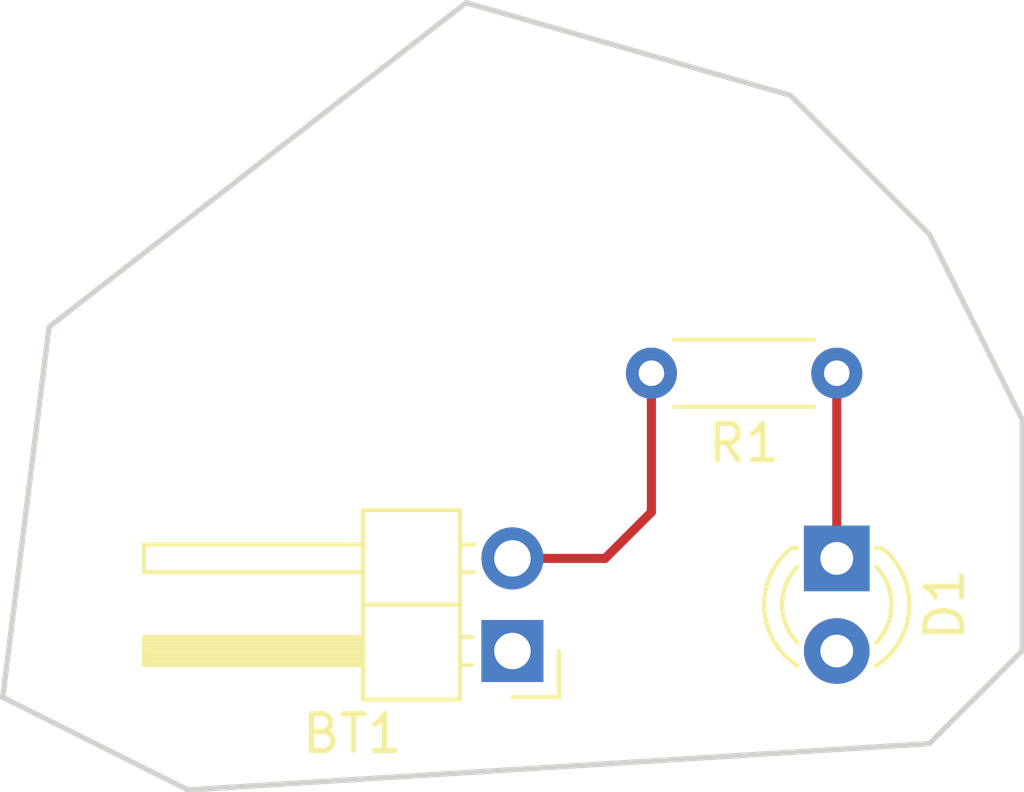
<source format=kicad_pcb>
(kicad_pcb (version 20171130) (host pcbnew 5.0.2+dfsg1-1+deb10u1)

  (general
    (thickness 1.6)
    (drawings 9)
    (tracks 4)
    (zones 0)
    (modules 3)
    (nets 4)
  )

  (page A4)
  (layers
    (0 F.Cu signal)
    (31 B.Cu signal)
    (32 B.Adhes user)
    (33 F.Adhes user)
    (34 B.Paste user)
    (35 F.Paste user)
    (36 B.SilkS user)
    (37 F.SilkS user)
    (38 B.Mask user)
    (39 F.Mask user)
    (40 Dwgs.User user)
    (41 Cmts.User user)
    (42 Eco1.User user)
    (43 Eco2.User user)
    (44 Edge.Cuts user)
    (45 Margin user)
    (46 B.CrtYd user)
    (47 F.CrtYd user)
    (48 B.Fab user)
    (49 F.Fab user)
  )

  (setup
    (last_trace_width 0.25)
    (trace_clearance 0.2)
    (zone_clearance 0.508)
    (zone_45_only no)
    (trace_min 0.2)
    (segment_width 0.2)
    (edge_width 0.15)
    (via_size 0.8)
    (via_drill 0.4)
    (via_min_size 0.4)
    (via_min_drill 0.3)
    (uvia_size 0.3)
    (uvia_drill 0.1)
    (uvias_allowed no)
    (uvia_min_size 0.2)
    (uvia_min_drill 0.1)
    (pcb_text_width 0.3)
    (pcb_text_size 1.5 1.5)
    (mod_edge_width 0.15)
    (mod_text_size 1 1)
    (mod_text_width 0.15)
    (pad_size 1.524 1.524)
    (pad_drill 0.762)
    (pad_to_mask_clearance 0.051)
    (solder_mask_min_width 0.25)
    (aux_axis_origin 0 0)
    (visible_elements FFFFFF7F)
    (pcbplotparams
      (layerselection 0x010fc_ffffffff)
      (usegerberextensions false)
      (usegerberattributes false)
      (usegerberadvancedattributes false)
      (creategerberjobfile false)
      (excludeedgelayer true)
      (linewidth 0.100000)
      (plotframeref false)
      (viasonmask false)
      (mode 1)
      (useauxorigin false)
      (hpglpennumber 1)
      (hpglpenspeed 20)
      (hpglpendiameter 15.000000)
      (psnegative false)
      (psa4output false)
      (plotreference true)
      (plotvalue true)
      (plotinvisibletext false)
      (padsonsilk false)
      (subtractmaskfromsilk false)
      (outputformat 4)
      (mirror false)
      (drillshape 0)
      (scaleselection 1)
      (outputdirectory "./gerber/"))
  )

  (net 0 "")
  (net 1 "Net-(D1-Pad1)")
  (net 2 "Net-(BT1-Pad2)")
  (net 3 "Net-(BT1-Pad1)")

  (net_class Default "This is the default net class."
    (clearance 0.2)
    (trace_width 0.25)
    (via_dia 0.8)
    (via_drill 0.4)
    (uvia_dia 0.3)
    (uvia_drill 0.1)
    (add_net "Net-(BT1-Pad1)")
    (add_net "Net-(BT1-Pad2)")
    (add_net "Net-(D1-Pad1)")
  )

  (module Connector_PinHeader_2.54mm:PinHeader_1x02_P2.54mm_Horizontal (layer F.Cu) (tedit 59FED5CB) (tstamp 63C85FDA)
    (at 130.81 -1066.8 180)
    (descr "Through hole angled pin header, 1x02, 2.54mm pitch, 6mm pin length, single row")
    (tags "Through hole angled pin header THT 1x02 2.54mm single row")
    (path /63BBC578)
    (fp_text reference BT1 (at 4.385 -2.27 180) (layer F.SilkS)
      (effects (font (size 1 1) (thickness 0.15)))
    )
    (fp_text value 5V (at 4.385 4.81 180) (layer F.Fab)
      (effects (font (size 1 1) (thickness 0.15)))
    )
    (fp_line (start 2.135 -1.27) (end 4.04 -1.27) (layer F.Fab) (width 0.1))
    (fp_line (start 4.04 -1.27) (end 4.04 3.81) (layer F.Fab) (width 0.1))
    (fp_line (start 4.04 3.81) (end 1.5 3.81) (layer F.Fab) (width 0.1))
    (fp_line (start 1.5 3.81) (end 1.5 -0.635) (layer F.Fab) (width 0.1))
    (fp_line (start 1.5 -0.635) (end 2.135 -1.27) (layer F.Fab) (width 0.1))
    (fp_line (start -0.32 -0.32) (end 1.5 -0.32) (layer F.Fab) (width 0.1))
    (fp_line (start -0.32 -0.32) (end -0.32 0.32) (layer F.Fab) (width 0.1))
    (fp_line (start -0.32 0.32) (end 1.5 0.32) (layer F.Fab) (width 0.1))
    (fp_line (start 4.04 -0.32) (end 10.04 -0.32) (layer F.Fab) (width 0.1))
    (fp_line (start 10.04 -0.32) (end 10.04 0.32) (layer F.Fab) (width 0.1))
    (fp_line (start 4.04 0.32) (end 10.04 0.32) (layer F.Fab) (width 0.1))
    (fp_line (start -0.32 2.22) (end 1.5 2.22) (layer F.Fab) (width 0.1))
    (fp_line (start -0.32 2.22) (end -0.32 2.86) (layer F.Fab) (width 0.1))
    (fp_line (start -0.32 2.86) (end 1.5 2.86) (layer F.Fab) (width 0.1))
    (fp_line (start 4.04 2.22) (end 10.04 2.22) (layer F.Fab) (width 0.1))
    (fp_line (start 10.04 2.22) (end 10.04 2.86) (layer F.Fab) (width 0.1))
    (fp_line (start 4.04 2.86) (end 10.04 2.86) (layer F.Fab) (width 0.1))
    (fp_line (start 1.44 -1.33) (end 1.44 3.87) (layer F.SilkS) (width 0.12))
    (fp_line (start 1.44 3.87) (end 4.1 3.87) (layer F.SilkS) (width 0.12))
    (fp_line (start 4.1 3.87) (end 4.1 -1.33) (layer F.SilkS) (width 0.12))
    (fp_line (start 4.1 -1.33) (end 1.44 -1.33) (layer F.SilkS) (width 0.12))
    (fp_line (start 4.1 -0.38) (end 10.1 -0.38) (layer F.SilkS) (width 0.12))
    (fp_line (start 10.1 -0.38) (end 10.1 0.38) (layer F.SilkS) (width 0.12))
    (fp_line (start 10.1 0.38) (end 4.1 0.38) (layer F.SilkS) (width 0.12))
    (fp_line (start 4.1 -0.32) (end 10.1 -0.32) (layer F.SilkS) (width 0.12))
    (fp_line (start 4.1 -0.2) (end 10.1 -0.2) (layer F.SilkS) (width 0.12))
    (fp_line (start 4.1 -0.08) (end 10.1 -0.08) (layer F.SilkS) (width 0.12))
    (fp_line (start 4.1 0.04) (end 10.1 0.04) (layer F.SilkS) (width 0.12))
    (fp_line (start 4.1 0.16) (end 10.1 0.16) (layer F.SilkS) (width 0.12))
    (fp_line (start 4.1 0.28) (end 10.1 0.28) (layer F.SilkS) (width 0.12))
    (fp_line (start 1.11 -0.38) (end 1.44 -0.38) (layer F.SilkS) (width 0.12))
    (fp_line (start 1.11 0.38) (end 1.44 0.38) (layer F.SilkS) (width 0.12))
    (fp_line (start 1.44 1.27) (end 4.1 1.27) (layer F.SilkS) (width 0.12))
    (fp_line (start 4.1 2.16) (end 10.1 2.16) (layer F.SilkS) (width 0.12))
    (fp_line (start 10.1 2.16) (end 10.1 2.92) (layer F.SilkS) (width 0.12))
    (fp_line (start 10.1 2.92) (end 4.1 2.92) (layer F.SilkS) (width 0.12))
    (fp_line (start 1.042929 2.16) (end 1.44 2.16) (layer F.SilkS) (width 0.12))
    (fp_line (start 1.042929 2.92) (end 1.44 2.92) (layer F.SilkS) (width 0.12))
    (fp_line (start -1.27 0) (end -1.27 -1.27) (layer F.SilkS) (width 0.12))
    (fp_line (start -1.27 -1.27) (end 0 -1.27) (layer F.SilkS) (width 0.12))
    (fp_line (start -1.8 -1.8) (end -1.8 4.35) (layer F.CrtYd) (width 0.05))
    (fp_line (start -1.8 4.35) (end 10.55 4.35) (layer F.CrtYd) (width 0.05))
    (fp_line (start 10.55 4.35) (end 10.55 -1.8) (layer F.CrtYd) (width 0.05))
    (fp_line (start 10.55 -1.8) (end -1.8 -1.8) (layer F.CrtYd) (width 0.05))
    (fp_text user %R (at 2.77 1.27 270) (layer F.Fab)
      (effects (font (size 1 1) (thickness 0.15)))
    )
    (pad 1 thru_hole rect (at 0 0 180) (size 1.7 1.7) (drill 1) (layers *.Cu *.Mask)
      (net 3 "Net-(BT1-Pad1)"))
    (pad 2 thru_hole oval (at 0 2.54 180) (size 1.7 1.7) (drill 1) (layers *.Cu *.Mask)
      (net 2 "Net-(BT1-Pad2)"))
    (model ${KISYS3DMOD}/Connector_PinHeader_2.54mm.3dshapes/PinHeader_1x02_P2.54mm_Horizontal.wrl
      (at (xyz 0 0 0))
      (scale (xyz 1 1 1))
      (rotate (xyz 0 0 0))
    )
  )

  (module LED_THT:LED_D3.0mm (layer F.Cu) (tedit 587A3A7B) (tstamp 63C85A3C)
    (at 139.7 -1069.34 270)
    (descr "LED, diameter 3.0mm, 2 pins")
    (tags "LED diameter 3.0mm 2 pins")
    (path /63BBC307)
    (fp_text reference D1 (at 1.27 -2.96 270) (layer F.SilkS)
      (effects (font (size 1 1) (thickness 0.15)))
    )
    (fp_text value "LED 2V" (at 1.27 2.96 270) (layer F.Fab)
      (effects (font (size 1 1) (thickness 0.15)))
    )
    (fp_arc (start 1.27 0) (end -0.23 -1.16619) (angle 284.3) (layer F.Fab) (width 0.1))
    (fp_arc (start 1.27 0) (end -0.29 -1.235516) (angle 108.8) (layer F.SilkS) (width 0.12))
    (fp_arc (start 1.27 0) (end -0.29 1.235516) (angle -108.8) (layer F.SilkS) (width 0.12))
    (fp_arc (start 1.27 0) (end 0.229039 -1.08) (angle 87.9) (layer F.SilkS) (width 0.12))
    (fp_arc (start 1.27 0) (end 0.229039 1.08) (angle -87.9) (layer F.SilkS) (width 0.12))
    (fp_circle (center 1.27 0) (end 2.77 0) (layer F.Fab) (width 0.1))
    (fp_line (start -0.23 -1.16619) (end -0.23 1.16619) (layer F.Fab) (width 0.1))
    (fp_line (start -0.29 -1.236) (end -0.29 -1.08) (layer F.SilkS) (width 0.12))
    (fp_line (start -0.29 1.08) (end -0.29 1.236) (layer F.SilkS) (width 0.12))
    (fp_line (start -1.15 -2.25) (end -1.15 2.25) (layer F.CrtYd) (width 0.05))
    (fp_line (start -1.15 2.25) (end 3.7 2.25) (layer F.CrtYd) (width 0.05))
    (fp_line (start 3.7 2.25) (end 3.7 -2.25) (layer F.CrtYd) (width 0.05))
    (fp_line (start 3.7 -2.25) (end -1.15 -2.25) (layer F.CrtYd) (width 0.05))
    (pad 1 thru_hole rect (at 0 0 270) (size 1.8 1.8) (drill 0.9) (layers *.Cu *.Mask)
      (net 1 "Net-(D1-Pad1)"))
    (pad 2 thru_hole circle (at 2.54 0 270) (size 1.8 1.8) (drill 0.9) (layers *.Cu *.Mask)
      (net 3 "Net-(BT1-Pad1)"))
    (model ${KISYS3DMOD}/LED_THT.3dshapes/LED_D3.0mm.wrl
      (at (xyz 0 0 0))
      (scale (xyz 1 1 1))
      (rotate (xyz 0 0 0))
    )
  )

  (module Resistor_THT:R_Axial_DIN0204_L3.6mm_D1.6mm_P5.08mm_Horizontal (layer F.Cu) (tedit 5AE5139B) (tstamp 63C85C00)
    (at 139.7 -1074.42 180)
    (descr "Resistor, Axial_DIN0204 series, Axial, Horizontal, pin pitch=5.08mm, 0.167W, length*diameter=3.6*1.6mm^2, http://cdn-reichelt.de/documents/datenblatt/B400/1_4W%23YAG.pdf")
    (tags "Resistor Axial_DIN0204 series Axial Horizontal pin pitch 5.08mm 0.167W length 3.6mm diameter 1.6mm")
    (path /63BBC3D9)
    (fp_text reference R1 (at 2.54 -1.92 180) (layer F.SilkS)
      (effects (font (size 1 1) (thickness 0.15)))
    )
    (fp_text value 330 (at 2.54 1.92 180) (layer F.Fab)
      (effects (font (size 1 1) (thickness 0.15)))
    )
    (fp_line (start 0.74 -0.8) (end 0.74 0.8) (layer F.Fab) (width 0.1))
    (fp_line (start 0.74 0.8) (end 4.34 0.8) (layer F.Fab) (width 0.1))
    (fp_line (start 4.34 0.8) (end 4.34 -0.8) (layer F.Fab) (width 0.1))
    (fp_line (start 4.34 -0.8) (end 0.74 -0.8) (layer F.Fab) (width 0.1))
    (fp_line (start 0 0) (end 0.74 0) (layer F.Fab) (width 0.1))
    (fp_line (start 5.08 0) (end 4.34 0) (layer F.Fab) (width 0.1))
    (fp_line (start 0.62 -0.92) (end 4.46 -0.92) (layer F.SilkS) (width 0.12))
    (fp_line (start 0.62 0.92) (end 4.46 0.92) (layer F.SilkS) (width 0.12))
    (fp_line (start -0.95 -1.05) (end -0.95 1.05) (layer F.CrtYd) (width 0.05))
    (fp_line (start -0.95 1.05) (end 6.03 1.05) (layer F.CrtYd) (width 0.05))
    (fp_line (start 6.03 1.05) (end 6.03 -1.05) (layer F.CrtYd) (width 0.05))
    (fp_line (start 6.03 -1.05) (end -0.95 -1.05) (layer F.CrtYd) (width 0.05))
    (fp_text user %R (at 2.54 0 180) (layer F.Fab)
      (effects (font (size 0.72 0.72) (thickness 0.108)))
    )
    (pad 1 thru_hole circle (at 0 0 180) (size 1.4 1.4) (drill 0.7) (layers *.Cu *.Mask)
      (net 1 "Net-(D1-Pad1)"))
    (pad 2 thru_hole oval (at 5.08 0 180) (size 1.4 1.4) (drill 0.7) (layers *.Cu *.Mask)
      (net 2 "Net-(BT1-Pad2)"))
    (model ${KISYS3DMOD}/Resistor_THT.3dshapes/R_Axial_DIN0204_L3.6mm_D1.6mm_P5.08mm_Horizontal.wrl
      (at (xyz 0 0 0))
      (scale (xyz 1 1 1))
      (rotate (xyz 0 0 0))
    )
  )

  (gr_line (start 118.11 -1075.69) (end 129.54 -1084.58) (layer Edge.Cuts) (width 0.15))
  (gr_line (start 116.84 -1065.53) (end 118.11 -1075.69) (layer Edge.Cuts) (width 0.15))
  (gr_line (start 121.92 -1062.99) (end 116.84 -1065.53) (layer Edge.Cuts) (width 0.15))
  (gr_line (start 142.24 -1064.26) (end 121.92 -1062.99) (layer Edge.Cuts) (width 0.15))
  (gr_line (start 144.78 -1066.8) (end 142.24 -1064.26) (layer Edge.Cuts) (width 0.15))
  (gr_line (start 144.78 -1073.15) (end 144.78 -1066.8) (layer Edge.Cuts) (width 0.15))
  (gr_line (start 142.24 -1078.23) (end 144.78 -1073.15) (layer Edge.Cuts) (width 0.15))
  (gr_line (start 138.43 -1082.04) (end 142.24 -1078.23) (layer Edge.Cuts) (width 0.15))
  (gr_line (start 129.54 -1084.58) (end 138.43 -1082.04) (layer Edge.Cuts) (width 0.15))

  (segment (start 139.7 -1074.42) (end 139.7 -1069.34) (width 0.25) (layer F.Cu) (net 1))
  (segment (start 130.81 -1069.34) (end 133.35 -1069.34) (width 0.25) (layer F.Cu) (net 2))
  (segment (start 133.35 -1069.34) (end 134.62 -1070.61) (width 0.25) (layer F.Cu) (net 2))
  (segment (start 134.62 -1070.61) (end 134.62 -1074.42) (width 0.25) (layer F.Cu) (net 2))

  (zone (net 0) (net_name "") (layer F.Cu) (tstamp 0) (hatch edge 0.508)
    (connect_pads (clearance 0.508))
    (min_thickness 0.254)
    (keepout (tracks not_allowed) (vias not_allowed) (copperpour allowed))
    (fill (arc_segments 16) (thermal_gap 0.508) (thermal_bridge_width 0.508))
    (polygon
      (pts
        (xy 122.81554 -1077.363784) (xy 122.81554 -1076.093784) (xy 129.16554 -1073.553784) (xy 129.16554 -1078.633784) (xy 127.89554 -1078.633784)
      )
    )
  )
)

</source>
